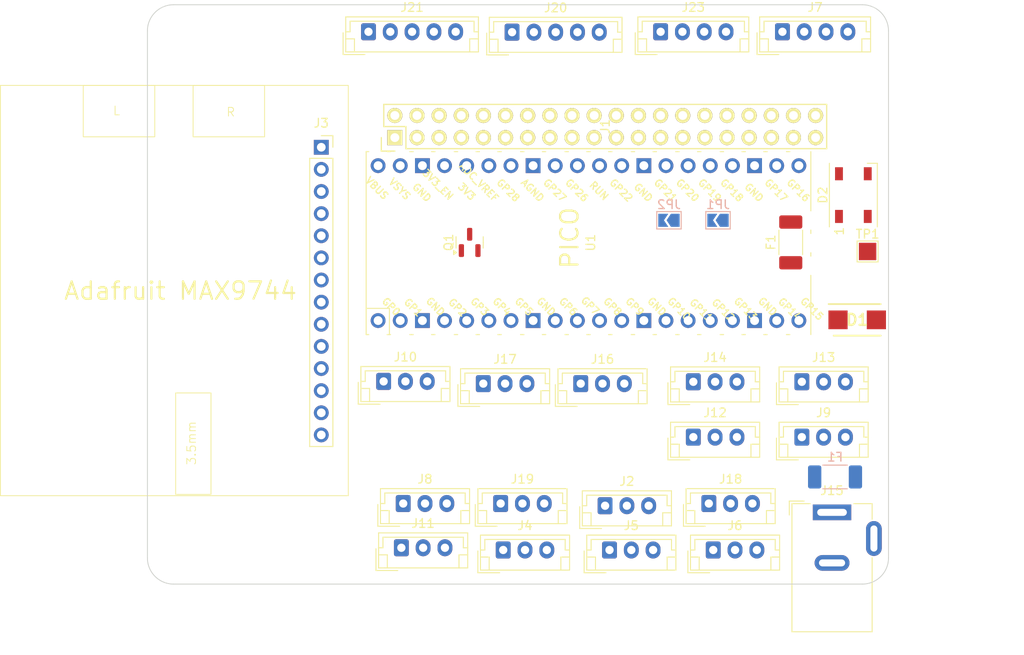
<source format=kicad_pcb>
(kicad_pcb (version 20240108) (generator "pcbnew") (generator_version "8.0")
  (layers (0 "F.Cu" signal) (31 "B.Cu" signal) (34 "B.Paste" user) (35 "F.Paste" user) (36 "B.SilkS" user "B.Silkscreen") (37 "F.SilkS" user "F.Silkscreen") (38 "B.Mask" user) (39 "F.Mask" user) (44 "Edge.Cuts" user))
  (net 0 "")
  (net 1 "Net-(D2-DIN)")
  (net 2 "Net-(D2-DOUT)")
  (net 3 "GND")
  (net 4 "+5V")
  (net 10 "Net-(J1-BCM12_PWM0)")
  (net 12 "Net-(J1-BCM3_SCL)")
  (net 22 "/PICORST")
  (net 23 "Net-(J1-BCM17)")
  (net 29 "Net-(J1-BCM2_SDA)")
  (net 36 "Net-(J1-BCM18_PCM_C)")
  (net 37 "Net-(J2-Pin_2)")
  (net 38 "Net-(J2-Pin_1)")
  (net 39 "Net-(J2-Pin_3)")
  (net 40 "Net-(J3-LIN)")
  (net 41 "Net-(J3-RIN)")
  (net 42 "Net-(J4-Pin_2)")
  (net 43 "Net-(J5-Pin_2)")
  (net 44 "Net-(J6-Pin_2)")
  (net 45 "Net-(J7-Pin_2)")
  (net 46 "Net-(J7-Pin_3)")
  (net 48 "Net-(J9-Pin_2)")
  (net 49 "Net-(J10-Pin_2)")
  (net 50 "Net-(J11-Pin_2)")
  (net 51 "Net-(J12-Pin_2)")
  (net 52 "Net-(J13-Pin_2)")
  (net 53 "Net-(J14-Pin_2)")
  (net 54 "Net-(J16-Pin_2)")
  (net 55 "Net-(J17-Pin_2)")
  (net 56 "Net-(J18-Pin_1)")
  (net 57 "Net-(J18-Pin_2)")
  (net 58 "Net-(J20-Pin_3)")
  (net 59 "Net-(J20-Pin_1)")
  (net 60 "Net-(J20-Pin_4)")
  (net 61 "Net-(J20-Pin_2)")
  (net 62 "Net-(J20-Pin_5)")
  (net 63 "Net-(J21-Pin_4)")
  (net 64 "Net-(Q1-G)")
  (net 65 "Net-(Q1-S)")
  (net 66 "Net-(D1-K)")
  (net 75 "Net-(J23-Pin_2)")
  (net 76 "Net-(J23-Pin_3)")
  (net 77 "Net-(J19-Pin_1)")
  (footprint "SamacSys_Parts:DIOM5436X261N" (layer "F.Cu") (at 168.91 90.17)
    (property "Reference" "D1" (at 0 0 0) (layer "F.SilkS") (effects (font (size 1.27 1.27) (thickness 0.254))))
    (property "Value" "SMBJ26A" (hide yes))
    (pad "1" smd rect (at -2.2 0 90) (size 2.15 2.2) (layers "F.Cu" "F.Paste" "F.Mask") (net 3 "GND"))
    (pad "2" smd rect (at 2.2 0 90) (size 2.15 2.2) (layers "F.Cu" "F.Paste" "F.Mask") (net 66 "Net-(D1-K)"))
  )
  (footprint "Connector_JST:JST_EH_B3B-EH-A_1x03_P2.50mm_Vertical" (layer "F.Cu") (at 152.4 116.586)
    (property "Reference" "J6" (at 2.5 -2.8 0) (layer "F.SilkS"))
    (property "Value" "Conn_01x03_Socket")
    (pad "1" thru_hole roundrect (at 0 0) (size 1.7 1.95) (drill 0.95) (layers "*.Cu" "*.Mask") (roundrect_rratio 0.147059) (net 3 "GND"))
    (pad "2" thru_hole oval (at 2.5 0) (size 1.7 1.95) (drill 0.95) (layers "*.Cu" "*.Mask") (net 44 "Net-(J6-Pin_2)"))
    (pad "3" thru_hole oval (at 5 0) (size 1.7 1.95) (drill 0.95) (layers "*.Cu" "*.Mask") (net 4 "+5V"))
  )
  (footprint "Connector_JST:JST_EH_B5B-EH-A_1x05_P2.50mm_Vertical" (layer "F.Cu") (at 129.326 57.15)
    (property "Reference" "J20" (at 5 -2.8 0) (layer "F.SilkS"))
    (property "Value" "Conn_01x05_Socket")
    (pad "1" thru_hole roundrect (at 0 0) (size 1.7 1.95) (drill 0.95) (layers "*.Cu" "*.Mask") (roundrect_rratio 0.147059) (net 59 "Net-(J20-Pin_1)"))
    (pad "2" thru_hole oval (at 2.5 0) (size 1.7 1.95) (drill 0.95) (layers "*.Cu" "*.Mask") (net 61 "Net-(J20-Pin_2)"))
    (pad "3" thru_hole oval (at 5 0) (size 1.7 1.95) (drill 0.95) (layers "*.Cu" "*.Mask") (net 58 "Net-(J20-Pin_3)"))
    (pad "4" thru_hole oval (at 7.5 0) (size 1.7 1.95) (drill 0.95) (layers "*.Cu" "*.Mask") (net 60 "Net-(J20-Pin_4)"))
    (pad "5" thru_hole oval (at 10 0) (size 1.7 1.95) (drill 0.95) (layers "*.Cu" "*.Mask") (net 62 "Net-(J20-Pin_5)"))
  )
  (footprint "Connector_JST:JST_EH_B3B-EH-A_1x03_P2.50mm_Vertical" (layer "F.Cu") (at 139.994 111.506)
    (property "Reference" "J2" (at 2.5 -2.8 360) (layer "F.SilkS"))
    (property "Value" "Conn_01x03_Socket")
    (pad "1" thru_hole roundrect (at 0 0) (size 1.7 1.95) (drill 0.95) (layers "*.Cu" "*.Mask") (roundrect_rratio 0.147059) (net 38 "Net-(J2-Pin_1)"))
    (pad "2" thru_hole oval (at 2.5 0) (size 1.7 1.95) (drill 0.95) (layers "*.Cu" "*.Mask") (net 37 "Net-(J2-Pin_2)"))
    (pad "3" thru_hole oval (at 5 0) (size 1.7 1.95) (drill 0.95) (layers "*.Cu" "*.Mask") (net 39 "Net-(J2-Pin_3)"))
  )
  (footprint "Connector_JST:JST_EH_B3B-EH-A_1x03_P2.50mm_Vertical" (layer "F.Cu") (at 128.016 111.252)
    (property "Reference" "J19" (at 2.5 -2.8 360) (layer "F.SilkS"))
    (property "Value" "Conn_01x02_Socket")
    (pad "1" thru_hole roundrect (at 0 0) (size 1.7 1.95) (drill 0.95) (layers "*.Cu" "*.Mask") (roundrect_rratio 0.147059) (net 77 "Net-(J19-Pin_1)"))
    (pad "2" thru_hole oval (at 2.5 0) (size 1.7 1.95) (drill 0.95) (layers "*.Cu" "*.Mask") (net 3 "GND"))
    (pad "3" thru_hole oval (at 5 0) (size 1.7 1.95) (drill 0.95) (layers "*.Cu" "*.Mask"))
  )
  (footprint "Connector_JST:JST_EH_B3B-EH-A_1x03_P2.50mm_Vertical" (layer "F.Cu") (at 116.84 111.252)
    (property "Reference" "J8" (at 2.5 -2.8 0) (layer "F.SilkS"))
    (property "Value" "Conn_01x02_Socket")
    (pad "1" thru_hole roundrect (at 0 0) (size 1.7 1.95) (drill 0.95) (layers "*.Cu" "*.Mask") (roundrect_rratio 0.147059) (net 22 "/PICORST"))
    (pad "2" thru_hole oval (at 2.5 0) (size 1.7 1.95) (drill 0.95) (layers "*.Cu" "*.Mask") (net 3 "GND"))
    (pad "3" thru_hole oval (at 5 0) (size 1.7 1.95) (drill 0.95) (layers "*.Cu" "*.Mask"))
  )
  (footprint "Connector_JST:JST_EH_B4B-EH-A_1x04_P2.50mm_Vertical" (layer "F.Cu") (at 146.364 57.104)
    (property "Reference" "J23" (at 3.75 -2.8 0) (layer "F.SilkS"))
    (property "Value" "Conn_01x04_Socket")
    (pad "1" thru_hole roundrect (at 0 0) (size 1.7 1.95) (drill 0.95) (layers "*.Cu" "*.Mask") (roundrect_rratio 0.147059) (net 3 "GND"))
    (pad "2" thru_hole oval (at 2.5 0) (size 1.7 1.95) (drill 0.95) (layers "*.Cu" "*.Mask") (net 75 "Net-(J23-Pin_2)"))
    (pad "3" thru_hole oval (at 5 0) (size 1.7 1.95) (drill 0.95) (layers "*.Cu" "*.Mask") (net 76 "Net-(J23-Pin_3)"))
    (pad "4" thru_hole oval (at 7.5 0) (size 1.7 1.95) (drill 0.95) (layers "*.Cu" "*.Mask") (net 4 "+5V"))
  )
  (footprint "Connector_JST:JST_EH_B3B-EH-A_1x03_P2.50mm_Vertical" (layer "F.Cu") (at 137.2 97.49)
    (property "Reference" "J16" (at 2.5 -2.8 0) (layer "F.SilkS"))
    (property "Value" "Conn_01x02_Socket")
    (pad "1" thru_hole roundrect (at 0 0) (size 1.7 1.95) (drill 0.95) (layers "*.Cu" "*.Mask") (roundrect_rratio 0.147059) (net 3 "GND"))
    (pad "2" thru_hole oval (at 2.5 0) (size 1.7 1.95) (drill 0.95) (layers "*.Cu" "*.Mask") (net 54 "Net-(J16-Pin_2)"))
    (pad "3" thru_hole oval (at 5 0) (size 1.7 1.95) (drill 0.95) (layers "*.Cu" "*.Mask"))
  )
  (footprint "Connector_BarrelJack:BarrelJack_Wuerth_6941xx301002" (layer "F.Cu") (at 166.024 112.268)
    (property "Reference" "J15" (at 0 -2.5 360) (layer "F.SilkS"))
    (property "Value" "Jack-DC 5V")
    (pad "1" thru_hole rect (at 0 0) (size 4.4 1.8) (drill oval 3.4 0.8) (layers "*.Cu" "*.Mask") (net 66 "Net-(D1-K)"))
    (pad "2" thru_hole oval (at 0 5.8) (size 4 1.8) (drill oval 3 0.8) (layers "*.Cu" "*.Mask") (net 3 "GND"))
    (pad "3" thru_hole oval (at 4.8 3 90) (size 4 1.8) (drill oval 3 0.8) (layers "*.Cu" "*.Mask") (net 3 "GND"))
  )
  (footprint "Connector_JST:JST_EH_B3B-EH-A_1x03_P2.50mm_Vertical" (layer "F.Cu") (at 128.31 116.586)
    (property "Reference" "J4" (at 2.5 -2.8 0) (layer "F.SilkS"))
    (property "Value" "Conn_01x03_Socket")
    (pad "1" thru_hole roundrect (at 0 0) (size 1.7 1.95) (drill 0.95) (layers "*.Cu" "*.Mask") (roundrect_rratio 0.147059) (net 3 "GND"))
    (pad "2" thru_hole oval (at 2.5 0) (size 1.7 1.95) (drill 0.95) (layers "*.Cu" "*.Mask") (net 42 "Net-(J4-Pin_2)"))
    (pad "3" thru_hole oval (at 5 0) (size 1.7 1.95) (drill 0.95) (layers "*.Cu" "*.Mask") (net 4 "+5V"))
  )
  (footprint "Connector_JST:JST_EH_B3B-EH-A_1x03_P2.50mm_Vertical" (layer "F.Cu") (at 150.114 97.282)
    (property "Reference" "J14" (at 2.5 -2.8 0) (layer "F.SilkS"))
    (property "Value" "Conn_01x02_Socket")
    (pad "1" thru_hole roundrect (at 0 0) (size 1.7 1.95) (drill 0.95) (layers "*.Cu" "*.Mask") (roundrect_rratio 0.147059) (net 3 "GND"))
    (pad "2" thru_hole oval (at 2.5 0) (size 1.7 1.95) (drill 0.95) (layers "*.Cu" "*.Mask") (net 53 "Net-(J14-Pin_2)"))
    (pad "3" thru_hole oval (at 5 0) (size 1.7 1.95) (drill 0.95) (layers "*.Cu" "*.Mask"))
  )
  (footprint "_custom:Pin_Header_Straight_2x20" (layer "F.Cu") (at 140.01 67.98 90)
    (property "Reference" "J1" (at 0 0 -90) (layer "F.SilkS"))
    (property "Value" "RPi_GPIO")
    (pad "1" thru_hole rect (at -1.27 -24.13 90) (size 1.7272 1.7272) (drill 1.016) (layers "*.Cu" "*.Mask" "F.SilkS"))
    (pad "2" thru_hole oval (at 1.27 -24.13 90) (size 1.7272 1.7272) (drill 1.016) (layers "*.Cu" "*.Mask" "F.SilkS") (net 4 "+5V"))
    (pad "3" thru_hole oval (at -1.27 -21.59 90) (size 1.7272 1.7272) (drill 1.016) (layers "*.Cu" "*.Mask" "F.SilkS") (net 29 "Net-(J1-BCM2_SDA)"))
    (pad "4" thru_hole oval (at 1.27 -21.59 90) (size 1.7272 1.7272) (drill 1.016) (layers "*.Cu" "*.Mask" "F.SilkS") (net 4 "+5V"))
    (pad "5" thru_hole oval (at -1.27 -19.05 90) (size 1.7272 1.7272) (drill 1.016) (layers "*.Cu" "*.Mask" "F.SilkS") (net 12 "Net-(J1-BCM3_SCL)"))
    (pad "6" thru_hole oval (at 1.27 -19.05 90) (size 1.7272 1.7272) (drill 1.016) (layers "*.Cu" "*.Mask" "F.SilkS") (net 3 "GND"))
    (pad "7" thru_hole oval (at -1.27 -16.51 90) (size 1.7272 1.7272) (drill 1.016) (layers "*.Cu" "*.Mask" "F.SilkS"))
    (pad "8" thru_hole oval (at 1.27 -16.51 90) (size 1.7272 1.7272) (drill 1.016) (layers "*.Cu" "*.Mask" "F.SilkS"))
    (pad "9" thru_hole oval (at -1.27 -13.97 90) (size 1.7272 1.7272) (drill 1.016) (layers "*.Cu" "*.Mask" "F.SilkS") (net 3 "GND"))
    (pad "10" thru_hole oval (at 1.27 -13.97 90) (size 1.7272 1.7272) (drill 1.016) (layers "*.Cu" "*.Mask" "F.SilkS"))
    (pad "11" thru_hole oval (at -1.27 -11.43 90) (size 1.7272 1.7272) (drill 1.016) (layers "*.Cu" "*.Mask" "F.SilkS") (net 23 "Net-(J1-BCM17)"))
    (pad "12" thru_hole oval (at 1.27 -11.43 90) (size 1.7272 1.7272) (drill 1.016) (layers "*.Cu" "*.Mask" "F.SilkS") (net 36 "Net-(J1-BCM18_PCM_C)"))
    (pad "13" thru_hole oval (at -1.27 -8.89 90) (size 1.7272 1.7272) (drill 1.016) (layers "*.Cu" "*.Mask" "F.SilkS"))
    (pad "14" thru_hole oval (at 1.27 -8.89 90) (size 1.7272 1.7272) (drill 1.016) (layers "*.Cu" "*.Mask" "F.SilkS") (net 3 "GND"))
    (pad "15" thru_hole oval (at -1.27 -6.35 90) (size 1.7272 1.7272) (drill 1.016) (layers "*.Cu" "*.Mask" "F.SilkS"))
    (pad "16" thru_hole oval (at 1.27 -6.35 90) (size 1.7272 1.7272) (drill 1.016) (layers "*.Cu" "*.Mask" "F.SilkS") (net 22 "/PICORST"))
    (pad "17" thru_hole oval (at -1.27 -3.81 90) (size 1.7272 1.7272) (drill 1.016) (layers "*.Cu" "*.Mask" "F.SilkS"))
    (pad "18" thru_hole oval (at 1.27 -3.81 90) (size 1.7272 1.7272) (drill 1.016) (layers "*.Cu" "*.Mask" "F.SilkS"))
    (pad "19" thru_hole oval (at -1.27 -1.27 90) (size 1.7272 1.7272) (drill 1.016) (layers "*.Cu" "*.Mask" "F.SilkS"))
    (pad "20" thru_hole oval (at 1.27 -1.27 90) (size 1.7272 1.7272) (drill 1.016) (layers "*.Cu" "*.Mask" "F.SilkS"))
    (pad "21" thru_hole oval (at -1.27 1.27 90) (size 1.7272 1.7272) (drill 1.016) (layers "*.Cu" "*.Mask" "F.SilkS"))
    (pad "22" thru_hole oval (at 1.27 1.27 90) (size 1.7272 1.7272) (drill 1.016) (layers "*.Cu" "*.Mask" "F.SilkS"))
    (pad "23" thru_hole oval (at -1.27 3.81 90) (size 1.7272 1.7272) (drill 1.016) (layers "*.Cu" "*.Mask" "F.SilkS"))
    (pad "24" thru_hole oval (at 1.27 3.81 90) (size 1.7272 1.7272) (drill 1.016) (layers "*.Cu" "*.Mask" "F.SilkS"))
    (pad "25" thru_hole oval (at -1.27 6.35 90) (size 1.7272 1.7272) (drill 1.016) (layers "*.Cu" "*.Mask" "F.SilkS") (net 3 "GND"))
    (pad "26" thru_hole oval (at 1.27 6.35 90) (size 1.7272 1.7272) (drill 1.016) (layers "*.Cu" "*.Mask" "F.SilkS"))
    (pad "27" thru_hole oval (at -1.27 8.89 90) (size 1.7272 1.7272) (drill 1.016) (layers "*.Cu" "*.Mask" "F.SilkS"))
    (pad "28" thru_hole oval (at 1.27 8.89 90) (size 1.7272 1.7272) (drill 1.016) (layers "*.Cu" "*.Mask" "F.SilkS"))
    (pad "29" thru_hole oval (at -1.27 11.43 90) (size 1.7272 1.7272) (drill 1.016) (layers "*.Cu" "*.Mask" "F.SilkS"))
    (pad "30" thru_hole oval (at 1.27 11.43 90) (size 1.7272 1.7272) (drill 1.016) (layers "*.Cu" "*.Mask" "F.SilkS") (net 3 "GND"))
    (pad "31" thru_hole oval (at -1.27 13.97 90) (size 1.7272 1.7272) (drill 1.016) (layers "*.Cu" "*.Mask" "F.SilkS"))
    (pad "32" thru_hole oval (at 1.27 13.97 90) (size 1.7272 1.7272) (drill 1.016) (layers "*.Cu" "*.Mask" "F.SilkS") (net 10 "Net-(J1-BCM12_PWM0)"))
    (pad "33" thru_hole oval (at -1.27 16.51 90) (size 1.7272 1.7272) (drill 1.016) (layers "*.Cu" "*.Mask" "F.SilkS"))
    (pad "34" thru_hole oval (at 1.27 16.51 90) (size 1.7272 1.7272) (drill 1.016) (layers "*.Cu" "*.Mask" "F.SilkS"))
    (pad "35" thru_hole oval (at -1.27 19.05 90) (size 1.7272 1.7272) (drill 1.016) (layers "*.Cu" "*.Mask" "F.SilkS"))
    (pad "36" thru_hole oval (at 1.27 19.05 90) (size 1.7272 1.7272) (drill 1.016) (layers "*.Cu" "*.Mask" "F.SilkS"))
    (pad "37" thru_hole oval (at -1.27 21.59 90) (size 1.7272 1.7272) (drill 1.016) (layers "*.Cu" "*.Mask" "F.SilkS"))
    (pad "38" thru_hole oval (at 1.27 21.59 90) (size 1.7272 1.7272) (drill 1.016) (layers "*.Cu" "*.Mask" "F.SilkS"))
    (pad "39" thru_hole oval (at -1.27 24.13 90) (size 1.7272 1.7272) (drill 1.016) (layers "*.Cu" "*.Mask" "F.SilkS") (net 3 "GND"))
    (pad "40" thru_hole oval (at 1.27 24.13 90) (size 1.7272 1.7272) (drill 1.016) (layers "*.Cu" "*.Mask" "F.SilkS"))
  )
  (footprint "Connector_JST:JST_EH_B3B-EH-A_1x03_P2.50mm_Vertical" (layer "F.Cu") (at 162.56 103.632)
    (property "Reference" "J9" (at 2.5 -2.8 0) (layer "F.SilkS"))
    (property "Value" "Conn_01x02_Socket")
    (pad "1" thru_hole roundrect (at 0 0) (size 1.7 1.95) (drill 0.95) (layers "*.Cu" "*.Mask") (roundrect_rratio 0.147059) (net 3 "GND"))
    (pad "2" thru_hole oval (at 2.5 0) (size 1.7 1.95) (drill 0.95) (layers "*.Cu" "*.Mask") (net 48 "Net-(J9-Pin_2)"))
    (pad "3" thru_hole oval (at 5 0) (size 1.7 1.95) (drill 0.95) (layers "*.Cu" "*.Mask"))
  )
  (footprint "Connector_JST:JST_EH_B3B-EH-A_1x03_P2.50mm_Vertical" (layer "F.Cu") (at 116.626 116.332)
    (property "Reference" "J11" (at 2.5 -2.8 0) (layer "F.SilkS"))
    (property "Value" "Conn_01x02_Socket")
    (pad "1" thru_hole roundrect (at 0 0) (size 1.7 1.95) (drill 0.95) (layers "*.Cu" "*.Mask") (roundrect_rratio 0.147059) (net 3 "GND"))
    (pad "2" thru_hole oval (at 2.5 0) (size 1.7 1.95) (drill 0.95) (layers "*.Cu" "*.Mask") (net 50 "Net-(J11-Pin_2)"))
    (pad "3" thru_hole oval (at 5 0) (size 1.7 1.95) (drill 0.95) (layers "*.Cu" "*.Mask"))
  )
  (footprint "Connector_JST:JST_EH_B3B-EH-A_1x03_P2.50mm_Vertical" (layer "F.Cu") (at 162.56 97.282)
    (property "Reference" "J13" (at 2.5 -2.8 0) (layer "F.SilkS"))
    (property "Value" "Conn_01x02_Socket")
    (pad "1" thru_hole roundrect (at 0 0) (size 1.7 1.95) (drill 0.95) (layers "*.Cu" "*.Mask") (roundrect_rratio 0.147059) (net 3 "GND"))
    (pad "2" thru_hole oval (at 2.5 0) (size 1.7 1.95) (drill 0.95) (layers "*.Cu" "*.Mask") (net 52 "Net-(J13-Pin_2)"))
    (pad "3" thru_hole oval (at 5 0) (size 1.7 1.95) (drill 0.95) (layers "*.Cu" "*.Mask"))
  )
  (footprint "Connector_JST:JST_EH_B4B-EH-A_1x04_P2.50mm_Vertical" (layer "F.Cu") (at 160.334 57.104)
    (property "Reference" "J7" (at 3.75 -2.8 0) (layer "F.SilkS"))
    (property "Value" "Conn_01x04_Socket")
    (pad "1" thru_hole roundrect (at 0 0) (size 1.7 1.95) (drill 0.95) (layers "*.Cu" "*.Mask") (roundrect_rratio 0.147059) (net 3 "GND"))
    (pad "2" thru_hole oval (at 2.5 0) (size 1.7 1.95) (drill 0.95) (layers "*.Cu" "*.Mask") (net 45 "Net-(J7-Pin_2)"))
    (pad "3" thru_hole oval (at 5 0) (size 1.7 1.95) (drill 0.95) (layers "*.Cu" "*.Mask") (net 46 "Net-(J7-Pin_3)"))
    (pad "4" thru_hole oval (at 7.5 0) (size 1.7 1.95) (drill 0.95) (layers "*.Cu" "*.Mask") (net 4 "+5V"))
  )
  (footprint "Fuse:Fuse_2010_5025Metric_Pad1.52x2.65mm_HandSolder" (layer "F.Cu") (at 161.29 81.28 90)
    (property "Reference" "F1" (at 0 -2.28 270) (layer "F.SilkS"))
    (property "Value" "6A")
    (pad "1" smd roundrect (at -2.3375 0 90) (size 1.525 2.65) (layers "F.Cu" "F.Paste" "F.Mask") (roundrect_rratio 0.163934) (net 66 "Net-(D1-K)"))
    (pad "2" smd roundrect (at 2.3375 0 90) (size 1.525 2.65) (layers "F.Cu" "F.Paste" "F.Mask") (roundrect_rratio 0.163934) (net 4 "+5V"))
  )
  (footprint "Connector_JST:JST_EH_B3B-EH-A_1x03_P2.50mm_Vertical" (layer "F.Cu") (at 151.892 111.252)
    (property "Reference" "J18" (at 2.5 -2.8 360) (layer "F.SilkS"))
    (property "Value" "Conn_01x02_Socket")
    (pad "1" thru_hole roundrect (at 0 0) (size 1.7 1.95) (drill 0.95) (layers "*.Cu" "*.Mask") (roundrect_rratio 0.147059) (net 56 "Net-(J18-Pin_1)"))
    (pad "2" thru_hole oval (at 2.5 0) (size 1.7 1.95) (drill 0.95) (layers "*.Cu" "*.Mask") (net 57 "Net-(J18-Pin_2)"))
    (pad "3" thru_hole oval (at 5 0) (size 1.7 1.95) (drill 0.95) (layers "*.Cu" "*.Mask"))
  )
  (footprint "MCU_RaspberryPi_and_Boards:RPi_Pico_SMD_TH" (layer "F.Cu") (at 138.09 81.36 90)
    (property "Reference" "U1" (at 0.05 0.25 -90) (layer "F.SilkS"))
    (property "Value" "Pico")
    (fp_text user "GP19" (at 6.06 13.9 -45) (layer "F.SilkS") (effects (font (size 0.8 0.8))))
    (fp_text user "GP16" (at 6.06 24.06 -45) (layer "F.SilkS") (effects (font (size 0.8 0.8))))
    (fp_text user "RUN" (at 6.006 1.2 -45) (layer "F.SilkS") (effects (font (size 0.8 0.8))))
    (fp_text user "GND" (at 5.806 -19.12 -45) (layer "F.SilkS") (effects (font (size 0.8 0.8))))
    (fp_text user "VSYS" (at 6.206 -21.66 -45) (layer "F.SilkS") (effects (font (size 0.8 0.8))))
    (fp_text user "PICO" (at -3.1 -1 90) (layer "F.SilkS") (effects (font (size 2 2) (thickness 0.25)) (justify left bottom)))
    (fp_text user "GND" (at 5.806 6.28 -45) (layer "F.SilkS") (effects (font (size 0.8 0.8))))
    (fp_text user "AGND" (at 6.06 -6.42 -45) (layer "F.SilkS") (effects (font (size 0.8 0.8))))
    (fp_text user "GP26" (at 6.06 -1.34 -45) (layer "F.SilkS") (effects (font (size 0.8 0.8))))
    (fp_text user "3V3" (at 5.906 -13.97 -45) (layer "F.SilkS") (effects (font (size 0.8 0.8))))
    (fp_text user "GP28" (at 6.06 -9.214 -45) (layer "F.SilkS") (effects (font (size 0.8 0.8))))
    (fp_text user "VBUS" (at 6.306 -24.27 -45) (layer "F.SilkS") (effects (font (size 0.8 0.8))))
    (fp_text user "ADC_VREF" (at 7.006 -12.57 -45) (layer "F.SilkS") (effects (font (size 0.8 0.8))))
    (fp_text user "GND" (at 5.806 18.98 -45) (layer "F.SilkS") (effects (font (size 0.8 0.8))))
    (fp_text user "GP20" (at 6.06 11.36 -45) (layer "F.SilkS") (effects (font (size 0.8 0.8))))
    (fp_text user "GP22" (at 6.06 3.74 -45) (layer "F.SilkS") (effects (font (size 0.8 0.8))))
    (fp_text user "GP27" (at 6.06 -3.87 -45) (layer "F.SilkS") (effects (font (size 0.8 0.8))))
    (fp_text user "3V3_EN" (at 6.706 -17.27 -45) (layer "F.SilkS") (effects (font (size 0.8 0.8))))
    (fp_text user "GP18" (at 6.06 16.44 -45) (layer "F.SilkS") (effects (font (size 0.8 0.8))))
    (fp_text user "GP21" (at 6.06 8.83 -45) (layer "F.SilkS") (effects (font (size 0.8 0.8))))
    (fp_text user "GP17" (at 6.06 21.52 -45) (layer "F.SilkS") (effects (font (size 0.8 0.8))))
    (pad "1" thru_hole oval (at -8.89 -24.13 90) (size 1.7 1.7) (drill 1.02) (layers "*.Cu" "*.Mask") (net 76 "Net-(J23-Pin_3)"))
    (pad "2" thru_hole oval (at -8.89 -21.59 90) (size 1.7 1.7) (drill 1.02) (layers "*.Cu" "*.Mask") (net 75 "Net-(J23-Pin_2)"))
    (pad "3" thru_hole rect (at -8.89 -19.05 90) (size 1.7 1.7) (drill 1.02) (layers "*.Cu" "*.Mask") (net 3 "GND"))
    (pad "4" thru_hole oval (at -8.89 -16.51 90) (size 1.7 1.7) (drill 1.02) (layers "*.Cu" "*.Mask") (net 42 "Net-(J4-Pin_2)"))
    (pad "5" thru_hole oval (at -8.89 -13.97 90) (size 1.7 1.7) (drill 1.02) (layers "*.Cu" "*.Mask") (net 43 "Net-(J5-Pin_2)"))
    (pad "6" thru_hole oval (at -8.89 -11.43 90) (size 1.7 1.7) (drill 1.02) (layers "*.Cu" "*.Mask") (net 46 "Net-(J7-Pin_3)"))
    (pad "7" thru_hole oval (at -8.89 -8.89 90) (size 1.7 1.7) (drill 1.02) (layers "*.Cu" "*.Mask") (net 45 "Net-(J7-Pin_2)"))
    (pad "8" thru_hole rect (at -8.89 -6.35 90) (size 1.7 1.7) (drill 1.02) (layers "*.Cu" "*.Mask") (net 3 "GND"))
    (pad "9" thru_hole oval (at -8.89 -3.81 90) (size 1.7 1.7) (drill 1.02) (layers "*.Cu" "*.Mask") (net 44 "Net-(J6-Pin_2)"))
    (pad "10" thru_hole oval (at -8.89 -1.27 90) (size 1.7 1.7) (drill 1.02) (layers "*.Cu" "*.Mask") (net 39 "Net-(J2-Pin_3)"))
    (pad "11" thru_hole oval (at -8.89 1.27 90) (size 1.7 1.7) (drill 1.02) (layers "*.Cu" "*.Mask") (net 37 "Net-(J2-Pin_2)"))
    (pad "12" thru_hole oval (at -8.89 3.81 90) (size 1.7 1.7) (drill 1.02) (layers "*.Cu" "*.Mask") (net 38 "Net-(J2-Pin_1)"))
    (pad "13" thru_hole rect (at -8.89 6.35 90) (size 1.7 1.7) (drill 1.02) (layers "*.Cu" "*.Mask") (net 3 "GND"))
    (pad "14" thru_hole oval (at -8.89 8.89 90) (size 1.7 1.7) (drill 1.02) (layers "*.Cu" "*.Mask") (net 48 "Net-(J9-Pin_2)"))
    (pad "15" thru_hole oval (at -8.89 11.43 90) (size 1.7 1.7) (drill 1.02) (layers "*.Cu" "*.Mask") (net 51 "Net-(J12-Pin_2)"))
    (pad "16" thru_hole oval (at -8.89 13.97 90) (size 1.7 1.7) (drill 1.02) (layers "*.Cu" "*.Mask") (net 52 "Net-(J13-Pin_2)"))
    (pad "17" thru_hole oval (at -8.89 16.51 90) (size 1.7 1.7) (drill 1.02) (layers "*.Cu" "*.Mask") (net 53 "Net-(J14-Pin_2)"))
    (pad "18" thru_hole rect (at -8.89 19.05 90) (size 1.7 1.7) (drill 1.02) (layers "*.Cu" "*.Mask") (net 3 "GND"))
    (pad "19" thru_hole oval (at -8.89 21.59 90) (size 1.7 1.7) (drill 1.02) (layers "*.Cu" "*.Mask") (net 57 "Net-(J18-Pin_2)"))
    (pad "20" thru_hole oval (at -8.89 24.13 90) (size 1.7 1.7) (drill 1.02) (layers "*.Cu" "*.Mask") (net 56 "Net-(J18-Pin_1)"))
    (pad "21" thru_hole oval (at 8.89 24.13 90) (size 1.7 1.7) (drill 1.02) (layers "*.Cu" "*.Mask") (net 49 "Net-(J10-Pin_2)"))
    (pad "22" thru_hole oval (at 8.89 21.59 90) (size 1.7 1.7) (drill 1.02) (layers "*.Cu" "*.Mask") (net 50 "Net-(J11-Pin_2)"))
    (pad "23" thru_hole rect (at 8.89 19.05 90) (size 1.7 1.7) (drill 1.02) (layers "*.Cu" "*.Mask") (net 3 "GND"))
    (pad "24" thru_hole oval (at 8.89 16.51 90) (size 1.7 1.7) (drill 1.02) (layers "*.Cu" "*.Mask") (net 54 "Net-(J16-Pin_2)"))
    (pad "25" thru_hole oval (at 8.89 13.97 90) (size 1.7 1.7) (drill 1.02) (layers "*.Cu" "*.Mask") (net 55 "Net-(J17-Pin_2)"))
    (pad "26" thru_hole oval (at 8.89 11.43 90) (size 1.7 1.7) (drill 1.02) (layers "*.Cu" "*.Mask") (net 1 "Net-(D2-DIN)"))
    (pad "27" thru_hole oval (at 8.89 8.89 90) (size 1.7 1.7) (drill 1.02) (layers "*.Cu" "*.Mask") (net 77 "Net-(J19-Pin_1)"))
    (pad "28" thru_hole rect (at 8.89 6.35 90) (size 1.7 1.7) (drill 1.02) (layers "*.Cu" "*.Mask") (net 3 "GND"))
    (pad "29" thru_hole oval (at 8.89 3.81 90) (size 1.7 1.7) (drill 1.02) (layers "*.Cu" "*.Mask"))
    (pad "30" thru_hole oval (at 8.89 1.27 90) (size 1.7 1.7) (drill 1.02) (layers "*.Cu" "*.Mask") (net 22 "/PICORST"))
    (pad "31" thru_hole oval (at 8.89 -1.27 90) (size 1.7 1.7) (drill 1.02) (layers "*.Cu" "*.Mask") (net 62 "Net-(J20-Pin_5)"))
    (pad "32" thru_hole oval (at 8.89 -3.81 90) (size 1.7 1.7) (drill 1.02) (layers "*.Cu" "*.Mask") (net 60 "Net-(J20-Pin_4)"))
    (pad "33" thru_hole rect (at 8.89 -6.35 90) (size 1.7 1.7) (drill 1.02) (layers "*.Cu" "*.Mask") (net 58 "Net-(J20-Pin_3)"))
    (pad "34" thru_hole oval (at 8.89 -8.89 90) (size 1.7 1.7) (drill 1.02) (layers "*.Cu" "*.Mask") (net 61 "Net-(J20-Pin_2)"))
    (pad "35" thru_hole oval (at 8.89 -11.43 90) (size 1.7 1.7) (drill 1.02) (layers "*.Cu" "*.Mask") (net 59 "Net-(J20-Pin_1)"))
    (pad "36" thru_hole oval (at 8.89 -13.97 90) (size 1.7 1.7) (drill 1.02) (layers "*.Cu" "*.Mask") (net 63 "Net-(J21-Pin_4)"))
    (pad "37" thru_hole oval (at 8.89 -16.51 90) (size 1.7 1.7) (drill 1.02) (layers "*.Cu" "*.Mask"))
    (pad "38" thru_hole rect (at 8.89 -19.05 90) (size 1.7 1.7) (drill 1.02) (layers "*.Cu" "*.Mask") (net 3 "GND"))
    (pad "39" thru_hole oval (at 8.89 -21.59 90) (size 1.7 1.7) (drill 1.02) (layers "*.Cu" "*.Mask") (net 65 "Net-(Q1-S)"))
    (pad "40" thru_hole oval (at 8.89 -24.13 90) (size 1.7 1.7) (drill 1.02) (layers "*.Cu" "*.Mask") (net 64 "Net-(Q1-G)"))
  )
  (footprint "Connector_JST:JST_EH_B3B-EH-A_1x03_P2.50mm_Vertical" (layer "F.Cu") (at 126.024 97.49)
    (property "Reference" "J17" (at 2.5 -2.8 0) (layer "F.SilkS"))
    (property "Value" "Conn_01x02_Socket")
    (pad "1" thru_hole roundrect (at 0 0) (size 1.7 1.95) (drill 0.95) (layers "*.Cu" "*.Mask") (roundrect_rratio 0.147059) (net 3 "GND"))
    (pad "2" thru_hole oval (at 2.5 0) (size 1.7 1.95) (drill 0.95) (layers "*.Cu" "*.Mask") (net 55 "Net-(J17-Pin_2)"))
    (pad "3" thru_hole oval (at 5 0) (size 1.7 1.95) (drill 0.95) (layers "*.Cu" "*.Mask"))
  )
  (footprint "TestPoint:TestPoint_Pad_2.0x2.0mm" (layer "F.Cu") (at 170.1038 82.3214)
    (property "Reference" "TP1" (at 0 -1.998 0) (layer "F.SilkS"))
    (property "Value" "TestPoint")
    (pad "1" smd rect (at 0 0) (size 2 2) (layers "F.Cu" "F.Mask") (net 2 "Net-(D2-DOUT)"))
  )
  (footprint "Connector_PinSocket_2.54mm:PinSocket_1x14_P2.54mm_Vertical" (layer "F.Cu") (at 107.442 70.358)
    (property "Reference" "J3" (at 0 -2.77 360) (layer "F.SilkS"))
    (property "Value" "Conn_01x14_Socket")
    (fp_text user "Adafruit MAX9744" (at -29.65 17.65 0) (layer "F.SilkS") (effects (font (size 2 2) (thickness 0.25)) (justify left bottom)))
    (fp_text user "R" (at -10.95 -3.45 0) (layer "F.SilkS") (effects (font (thickness 0.1)) (justify left bottom)))
    (fp_text user "L" (at -23.95 -3.6 0) (layer "F.SilkS") (effects (font (thickness 0.1)) (justify left bottom)))
    (fp_text user "3.5mm" (at -14.3 36.55 90) (layer "F.SilkS") (effects (font (thickness 0.1)) (justify left bottom)))
    (pad "1" thru_hole rect (at 0 0) (size 1.7 1.7) (drill 1) (layers "*.Cu" "*.Mask") (net 4 "+5V"))
    (pad "2" thru_hole oval (at 0 2.54) (size 1.7 1.7) (drill 1) (layers "*.Cu" "*.Mask") (net 3 "GND"))
    (pad "3" thru_hole oval (at 0 5.08) (size 1.7 1.7) (drill 1) (layers "*.Cu" "*.Mask"))
    (pad "4" thru_hole oval (at 0 7.62) (size 1.7 1.7) (drill 1) (layers "*.Cu" "*.Mask"))
    (pad "5" thru_hole oval (at 0 10.16) (size 1.7 1.7) (drill 1) (layers "*.Cu" "*.Mask"))
    (pad "6" thru_hole oval (at 0 12.7) (size 1.7 1.7) (drill 1) (layers "*.Cu" "*.Mask"))
    (pad "7" thru_hole oval (at 0 15.24) (size 1.7 1.7) (drill 1) (layers "*.Cu" "*.Mask") (net 23 "Net-(J1-BCM17)"))
    (pad "8" thru_hole oval (at 0 17.78) (size 1.7 1.7) (drill 1) (layers "*.Cu" "*.Mask"))
    (pad "9" thru_hole oval (at 0 20.32) (size 1.7 1.7) (drill 1) (layers "*.Cu" "*.Mask"))
    (pad "10" thru_hole oval (at 0 22.86) (size 1.7 1.7) (drill 1) (layers "*.Cu" "*.Mask") (net 12 "Net-(J1-BCM3_SCL)"))
    (pad "11" thru_hole oval (at 0 25.4) (size 1.7 1.7) (drill 1) (layers "*.Cu" "*.Mask") (net 29 "Net-(J1-BCM2_SDA)"))
    (pad "12" thru_hole oval (at 0 27.94) (size 1.7 1.7) (drill 1) (layers "*.Cu" "*.Mask"))
    (pad "13" thru_hole oval (at 0 30.48) (size 1.7 1.7) (drill 1) (layers "*.Cu" "*.Mask") (net 40 "Net-(J3-LIN)"))
    (pad "14" thru_hole oval (at 0 33.02) (size 1.7 1.7) (drill 1) (layers "*.Cu" "*.Mask") (net 41 "Net-(J3-RIN)"))
  )
  (footprint "Connector_JST:JST_EH_B3B-EH-A_1x03_P2.50mm_Vertical" (layer "F.Cu") (at 114.594 97.236)
    (property "Reference" "J10" (at 2.5 -2.8 0) (layer "F.SilkS"))
    (property "Value" "Conn_01x02_Socket")
    (pad "1" thru_hole roundrect (at 0 0) (size 1.7 1.95) (drill 0.95) (layers "*.Cu" "*.Mask") (roundrect_rratio 0.147059) (net 3 "GND"))
    (pad "2" thru_hole oval (at 2.5 0) (size 1.7 1.95) (drill 0.95) (layers "*.Cu" "*.Mask") (net 49 "Net-(J10-Pin_2)"))
    (pad "3" thru_hole oval (at 5 0) (size 1.7 1.95) (drill 0.95) (layers "*.Cu" "*.Mask"))
  )
  (footprint "Connector_JST:JST_EH_B5B-EH-A_1x05_P2.50mm_Vertical" (layer "F.Cu") (at 112.856 57.104)
    (property "Reference" "J21" (at 5 -2.8 0) (layer "F.SilkS"))
    (property "Value" "Conn_01x05_Socket")
    (pad "1" thru_hole roundrect (at 0 0) (size 1.7 1.95) (drill 0.95) (layers "*.Cu" "*.Mask") (roundrect_rratio 0.147059) (net 4 "+5V"))
    (pad "2" thru_hole oval (at 2.5 0) (size 1.7 1.95) (drill 0.95) (layers "*.Cu" "*.Mask") (net 4 "+5V"))
    (pad "3" thru_hole oval (at 5 0) (size 1.7 1.95) (drill 0.95) (layers "*.Cu" "*.Mask") (net 4 "+5V"))
    (pad "4" thru_hole oval (at 7.5 0) (size 1.7 1.95) (drill 0.95) (layers "*.Cu" "*.Mask") (net 63 "Net-(J21-Pin_4)"))
    (pad "5" thru_hole oval (at 10 0) (size 1.7 1.95) (drill 0.95) (layers "*.Cu" "*.Mask") (net 3 "GND"))
  )
  (footprint "Package_TO_SOT_SMD:SOT-23" (layer "F.Cu") (at 124.46 81.28 90)
    (property "Reference" "Q1" (at 0 -2.4 270) (layer "F.SilkS"))
    (property "Value" "DMG2305UX")
    (pad "1" smd roundrect (at -0.9375 -0.95 90) (size 1.475 0.6) (layers "F.Cu" "F.Paste" "F.Mask") (net 64 "Net-(Q1-G)"))
    (pad "2" smd roundrect (at -0.9375 0.95 90) (size 1.475 0.6) (layers "F.Cu" "F.Paste" "F.Mask") (net 65 "Net-(Q1-S)"))
    (pad "3" smd roundrect (at 0.9375 0 90) (size 1.475 0.6) (layers "F.Cu" "F.Paste" "F.Mask") (net 4 "+5V"))
  )
  (footprint "Connector_JST:JST_EH_B3B-EH-A_1x03_P2.50mm_Vertical" (layer "F.Cu") (at 150.114 103.632)
    (property "Reference" "J12" (at 2.5 -2.8 0) (layer "F.SilkS"))
    (property "Value" "Conn_01x02_Socket")
    (pad "1" thru_hole roundrect (at 0 0) (size 1.7 1.95) (drill 0.95) (layers "*.Cu" "*.Mask") (roundrect_rratio 0.147059) (net 3 "GND"))
    (pad "2" thru_hole oval (at 2.5 0) (size 1.7 1.95) (drill 0.95) (layers "*.Cu" "*.Mask") (net 51 "Net-(J12-Pin_2)"))
    (pad "3" thru_hole oval (at 5 0) (size 1.7 1.95) (drill 0.95) (layers "*.Cu" "*.Mask"))
  )
  (footprint "Connector_JST:JST_EH_B3B-EH-A_1x03_P2.50mm_Vertical" (layer "F.Cu") (at 140.502 116.586)
    (property "Reference" "J5" (at 2.5 -2.8 0) (layer "F.SilkS"))
    (property "Value" "Conn_01x03_Socket")
    (pad "1" thru_hole roundrect (at 0 0) (size 1.7 1.95) (drill 0.95) (layers "*.Cu" "*.Mask") (roundrect_rratio 0.147059) (net 3 "GND"))
    (pad "2" thru_hole oval (at 2.5 0) (size 1.7 1.95) (drill 0.95) (layers "*.Cu" "*.Mask") (net 43 "Net-(J5-Pin_2)"))
    (pad "3" thru_hole oval (at 5 0) (size 1.7 1.95) (drill 0.95) (layers "*.Cu" "*.Mask") (net 4 "+5V"))
  )
  (footprint "LED_SMD:LED_WS2812B_PLCC4_5.0x5.0mm_P3.2mm" (layer "F.Cu") (at 168.47 75.85 90)
    (property "Reference" "D2" (at 0 -3.5 270) (layer "F.SilkS"))
    (property "Value" "WS2812B")
    (fp_text user "1" (at -4.15 -1.6 270) (layer "F.SilkS"))
    (pad "1" smd rect (at -2.45 -1.65 90) (size 1.5 0.9) (layers "F.Cu" "F.Paste" "F.Mask") (net 4 "+5V"))
    (pad "2" smd rect (at -2.45 1.65 90) (size 1.5 0.9) (layers "F.Cu" "F.Paste" "F.Mask") (net 2 "Net-(D2-DOUT)"))
    (pad "3" smd rect (at 2.45 1.65 90) (size 1.5 0.9) (layers "F.Cu" "F.Paste" "F.Mask") (net 3 "GND"))
    (pad "4" smd rect (at 2.45 -1.65 90) (size 1.5 0.9) (layers "F.Cu" "F.Paste" "F.Mask") (net 1 "Net-(D2-DIN)"))
  )
  (footprint "Fuse:Fuse_2010_5025Metric_Pad1.52x2.65mm_HandSolder" (layer "B.Cu") (at 166.37 108.204 180)
    (property "Reference" "F1" (at 0 2.28 180) (layer "B.SilkS") (effects (justify mirror)))
    (property "Value" "6A")
    (pad "1" smd roundrect (at -2.3375 0 180) (size 1.525 2.65) (layers "B.Cu" "B.Paste" "B.Mask") (roundrect_rratio 0.163934) (net 66 "Net-(D1-K)"))
    (pad "2" smd roundrect (at 2.3375 0 180) (size 1.525 2.65) (layers "B.Cu" "B.Paste" "B.Mask") (roundrect_rratio 0.163934) (net 4 "+5V"))
  )
  (footprint "Jumper:SolderJumper-2_P1.3mm_Open_TrianglePad1.0x1.5mm" (layer "B.Cu") (at 147.32 78.74 180)
    (property "Reference" "JP2" (at 0 1.8 180) (layer "B.SilkS") (effects (justify mirror)))
    (property "Value" "Jumper_2_Open")
    (pad "1" smd custom (at -0.725 0 180) (size 0.3 0.3) (layers "B.Cu" "B.Mask") (net 41 "Net-(J3-RIN)") (options (clearance outline) (anchor rect)) (primitives (gr_poly (pts (xy 1 0) (xy 0.5 -0.75) (xy -0.5 -0.75) (xy -0.5 0.75) (xy 0.5 0.75)) (width 0) (fill yes))))
    (pad "2" smd custom (at 0.725 0 180) (size 0.3 0.3) (layers "B.Cu" "B.Mask") (net 36 "Net-(J1-BCM18_PCM_C)") (options (clearance outline) (anchor rect)) (primitives (gr_poly (pts (xy 0.5 -0.75) (xy -0.65 -0.75) (xy -0.15 0) (xy -0.65 0.75) (xy 0.5 0.75)) (width 0) (fill yes))))
  )
  (footprint "Jumper:SolderJumper-2_P1.3mm_Open_TrianglePad1.0x1.5mm" (layer "B.Cu") (at 152.945 78.74 180)
    (property "Reference" "JP1" (at 0 1.8 180) (layer "B.SilkS") (effects (justify mirror)))
    (property "Value" "Jumper_2_Open")
    (pad "1" smd custom (at -0.725 0 180) (size 0.3 0.3) (layers "B.Cu" "B.Mask") (net 40 "Net-(J3-LIN)") (options (clearance outline) (anchor rect)) (primitives (gr_poly (pts (xy 1 0) (xy 0.5 -0.75) (xy -0.5 -0.75) (xy -0.5 0.75) (xy 0.5 0.75)) (width 0) (fill yes))))
    (pad "2" smd custom (at 0.725 0 180) (size 0.3 0.3) (layers "B.Cu" "B.Mask") (net 10 "Net-(J1-BCM12_PWM0)") (options (clearance outline) (anchor rect)) (primitives (gr_poly (pts (xy 0.5 -0.75) (xy -0.65 -0.75) (xy -0.15 0) (xy -0.65 0.75) (xy 0.5 0.75)) (width 0) (fill yes))))
  )
  (gr_line (start 172.5 57.000001) (end 172.5 117.500001) (stroke (width 0.1)) (layer "Edge.Cuts"))
  (gr_arc (start 90.5 120.500001) (mid 88.378679 119.621321) (end 87.5 117.500001) (stroke (width 0.1)) (layer "Edge.Cuts"))
  (gr_line (start 90.5 120.500001) (end 169.5 120.500001) (stroke (width 0.1)) (layer "Edge.Cuts"))
  (gr_arc (start 172.5 117.500001) (mid 171.62132 119.621321) (end 169.5 120.500001) (stroke (width 0.1)) (layer "Edge.Cuts"))
  (gr_arc (start 87.5 57.000001) (mid 88.378679 54.87868) (end 90.5 54.000001) (stroke (width 0.1)) (layer "Edge.Cuts"))
  (gr_arc (start 169.5 54.000001) (mid 171.62132 54.878681) (end 172.5 57.000001) (stroke (width 0.1)) (layer "Edge.Cuts"))
  (gr_line (start 87.5 117.500001) (end 87.5 57.000001) (stroke (width 0.1)) (layer "Edge.Cuts"))
  (gr_line (start 169.5 54.000001) (end 90.5 54.000001) (stroke (width 0.1)) (layer "Edge.Cuts"))
  (gr_text "GP6" (at 135.77 88.65 315) (layer "F.SilkS") (effects (font (size 0.8 0.8))))
  (gr_text "GP15" (at 163.71 88.904 315) (layer "F.SilkS") (effects (font (size 0.8 0.8))))
  (gr_text "GP14" (at 161.17 88.95 315) (layer "F.SilkS") (effects (font (size 0.8 0.8))))
  (gr_text "GP1" (at 117.98 88.75 315) (layer "F.SilkS") (effects (font (size 0.8 0.8))))
  (gr_text "GP7" (at 138.28 88.55 315) (layer "F.SilkS") (effects (font (size 0.8 0.8))))
  (gr_text "GP3" (at 125.61 88.65 315) (layer "F.SilkS") (effects (font (size 0.8 0.8))))
  (gr_text "GP13" (at 156.09 88.904 315) (layer "F.SilkS") (effects (font (size 0.8 0.8))))
  (gr_text "GP0" (at 115.45 88.65 315) (layer "F.SilkS") (effects (font (size 0.8 0.8))))
  (gr_text "GND" (at 145.93 88.65 315) (layer "F.SilkS") (effects (font (size 0.8 0.8))))
  (gr_text "GND" (at 133.23 88.65 315) (layer "F.SilkS") (effects (font (size 0.8 0.8))))
  (gr_text "GP8" (at 140.85 88.65 315) (layer "F.SilkS") (effects (font (size 0.8 0.8))))
  (gr_text "GP10" (at 148.47 88.904 315) (layer "F.SilkS") (effects (font (size 0.8 0.8))))
  (gr_text "GP2" (at 123.07 88.75 315) (layer "F.SilkS") (effects (font (size 0.8 0.8))))
  (gr_text "GND" (at 158.63 88.65 315) (layer "F.SilkS") (effects (font (size 0.8 0.8))))
  (gr_text "GP11" (at 151.01 89.05 315) (layer "F.SilkS") (effects (font (size 0.8 0.8))))
  (gr_text "GND" (at 120.53 88.65 315) (layer "F.SilkS") (effects (font (size 0.8 0.8))))
  (gr_text "GP4" (at 128.15 88.65 315) (layer "F.SilkS") (effects (font (size 0.8 0.8))))
  (gr_text "GP9" (at 143.39 88.65 315) (layer "F.SilkS") (effects (font (size 0.8 0.8))))
  (gr_text "GP12" (at 153.55 89.05 315) (layer "F.SilkS") (effects (font (size 0.8 0.8))))
  (gr_text "GP5" (at 130.69 88.65 315) (layer "F.SilkS") (effects (font (size 0.8 0.8))))
)
</source>
